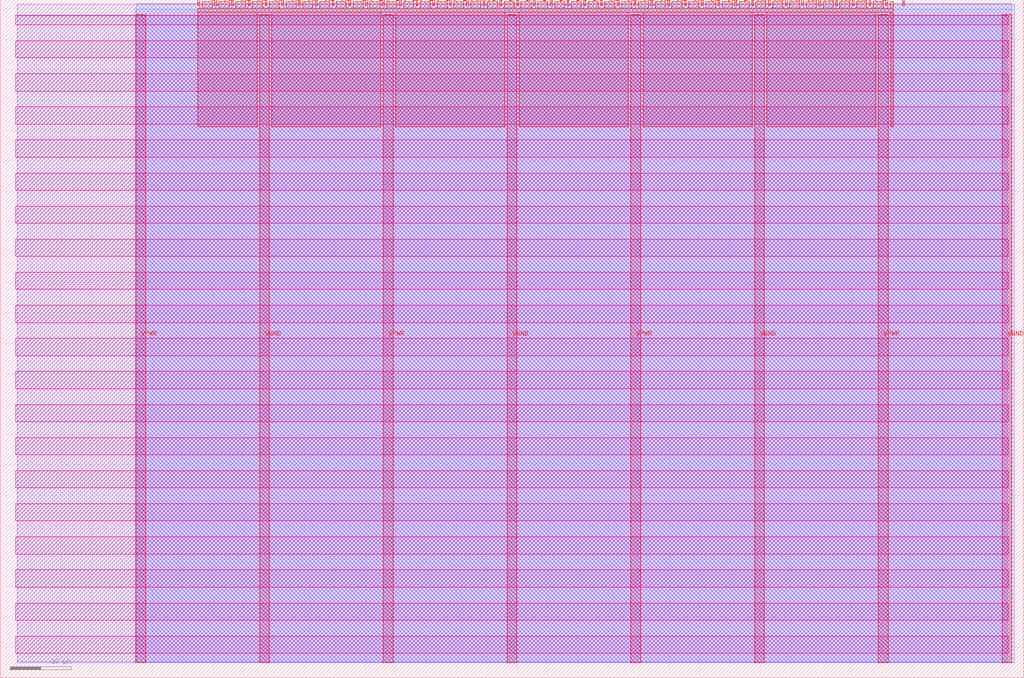
<source format=lef>
VERSION 5.7 ;
  NOWIREEXTENSIONATPIN ON ;
  DIVIDERCHAR "/" ;
  BUSBITCHARS "[]" ;
MACRO tt_um_meriac_play_tune
  CLASS BLOCK ;
  FOREIGN tt_um_meriac_play_tune ;
  ORIGIN 0.000 0.000 ;
  SIZE 168.360 BY 111.520 ;
  PIN VGND
    DIRECTION INOUT ;
    USE GROUND ;
    PORT
      LAYER met4 ;
        RECT 42.670 2.480 44.270 109.040 ;
    END
    PORT
      LAYER met4 ;
        RECT 83.380 2.480 84.980 109.040 ;
    END
    PORT
      LAYER met4 ;
        RECT 124.090 2.480 125.690 109.040 ;
    END
    PORT
      LAYER met4 ;
        RECT 164.800 2.480 166.400 109.040 ;
    END
  END VGND
  PIN VPWR
    DIRECTION INOUT ;
    USE POWER ;
    PORT
      LAYER met4 ;
        RECT 22.315 2.480 23.915 109.040 ;
    END
    PORT
      LAYER met4 ;
        RECT 63.025 2.480 64.625 109.040 ;
    END
    PORT
      LAYER met4 ;
        RECT 103.735 2.480 105.335 109.040 ;
    END
    PORT
      LAYER met4 ;
        RECT 144.445 2.480 146.045 109.040 ;
    END
  END VPWR
  PIN clk
    DIRECTION INPUT ;
    USE SIGNAL ;
    ANTENNAGATEAREA 0.852000 ;
    PORT
      LAYER met4 ;
        RECT 145.670 110.520 145.970 111.520 ;
    END
  END clk
  PIN ena
    DIRECTION INPUT ;
    USE SIGNAL ;
    PORT
      LAYER met4 ;
        RECT 148.430 110.520 148.730 111.520 ;
    END
  END ena
  PIN rst_n
    DIRECTION INPUT ;
    USE SIGNAL ;
    ANTENNAGATEAREA 0.213000 ;
    PORT
      LAYER met4 ;
        RECT 142.910 110.520 143.210 111.520 ;
    END
  END rst_n
  PIN ui_in[0]
    DIRECTION INPUT ;
    USE SIGNAL ;
    ANTENNAGATEAREA 0.196500 ;
    PORT
      LAYER met4 ;
        RECT 140.150 110.520 140.450 111.520 ;
    END
  END ui_in[0]
  PIN ui_in[1]
    DIRECTION INPUT ;
    USE SIGNAL ;
    ANTENNAGATEAREA 0.196500 ;
    PORT
      LAYER met4 ;
        RECT 137.390 110.520 137.690 111.520 ;
    END
  END ui_in[1]
  PIN ui_in[2]
    DIRECTION INPUT ;
    USE SIGNAL ;
    ANTENNAGATEAREA 0.196500 ;
    PORT
      LAYER met4 ;
        RECT 134.630 110.520 134.930 111.520 ;
    END
  END ui_in[2]
  PIN ui_in[3]
    DIRECTION INPUT ;
    USE SIGNAL ;
    ANTENNAGATEAREA 0.196500 ;
    PORT
      LAYER met4 ;
        RECT 131.870 110.520 132.170 111.520 ;
    END
  END ui_in[3]
  PIN ui_in[4]
    DIRECTION INPUT ;
    USE SIGNAL ;
    ANTENNAGATEAREA 0.196500 ;
    PORT
      LAYER met4 ;
        RECT 129.110 110.520 129.410 111.520 ;
    END
  END ui_in[4]
  PIN ui_in[5]
    DIRECTION INPUT ;
    USE SIGNAL ;
    ANTENNAGATEAREA 0.196500 ;
    PORT
      LAYER met4 ;
        RECT 126.350 110.520 126.650 111.520 ;
    END
  END ui_in[5]
  PIN ui_in[6]
    DIRECTION INPUT ;
    USE SIGNAL ;
    ANTENNAGATEAREA 0.196500 ;
    PORT
      LAYER met4 ;
        RECT 123.590 110.520 123.890 111.520 ;
    END
  END ui_in[6]
  PIN ui_in[7]
    DIRECTION INPUT ;
    USE SIGNAL ;
    ANTENNAGATEAREA 0.196500 ;
    PORT
      LAYER met4 ;
        RECT 120.830 110.520 121.130 111.520 ;
    END
  END ui_in[7]
  PIN uio_in[0]
    DIRECTION INPUT ;
    USE SIGNAL ;
    PORT
      LAYER met4 ;
        RECT 118.070 110.520 118.370 111.520 ;
    END
  END uio_in[0]
  PIN uio_in[1]
    DIRECTION INPUT ;
    USE SIGNAL ;
    PORT
      LAYER met4 ;
        RECT 115.310 110.520 115.610 111.520 ;
    END
  END uio_in[1]
  PIN uio_in[2]
    DIRECTION INPUT ;
    USE SIGNAL ;
    PORT
      LAYER met4 ;
        RECT 112.550 110.520 112.850 111.520 ;
    END
  END uio_in[2]
  PIN uio_in[3]
    DIRECTION INPUT ;
    USE SIGNAL ;
    PORT
      LAYER met4 ;
        RECT 109.790 110.520 110.090 111.520 ;
    END
  END uio_in[3]
  PIN uio_in[4]
    DIRECTION INPUT ;
    USE SIGNAL ;
    PORT
      LAYER met4 ;
        RECT 107.030 110.520 107.330 111.520 ;
    END
  END uio_in[4]
  PIN uio_in[5]
    DIRECTION INPUT ;
    USE SIGNAL ;
    PORT
      LAYER met4 ;
        RECT 104.270 110.520 104.570 111.520 ;
    END
  END uio_in[5]
  PIN uio_in[6]
    DIRECTION INPUT ;
    USE SIGNAL ;
    PORT
      LAYER met4 ;
        RECT 101.510 110.520 101.810 111.520 ;
    END
  END uio_in[6]
  PIN uio_in[7]
    DIRECTION INPUT ;
    USE SIGNAL ;
    PORT
      LAYER met4 ;
        RECT 98.750 110.520 99.050 111.520 ;
    END
  END uio_in[7]
  PIN uio_oe[0]
    DIRECTION OUTPUT TRISTATE ;
    USE SIGNAL ;
    PORT
      LAYER met4 ;
        RECT 51.830 110.520 52.130 111.520 ;
    END
  END uio_oe[0]
  PIN uio_oe[1]
    DIRECTION OUTPUT TRISTATE ;
    USE SIGNAL ;
    PORT
      LAYER met4 ;
        RECT 49.070 110.520 49.370 111.520 ;
    END
  END uio_oe[1]
  PIN uio_oe[2]
    DIRECTION OUTPUT TRISTATE ;
    USE SIGNAL ;
    PORT
      LAYER met4 ;
        RECT 46.310 110.520 46.610 111.520 ;
    END
  END uio_oe[2]
  PIN uio_oe[3]
    DIRECTION OUTPUT TRISTATE ;
    USE SIGNAL ;
    PORT
      LAYER met4 ;
        RECT 43.550 110.520 43.850 111.520 ;
    END
  END uio_oe[3]
  PIN uio_oe[4]
    DIRECTION OUTPUT TRISTATE ;
    USE SIGNAL ;
    PORT
      LAYER met4 ;
        RECT 40.790 110.520 41.090 111.520 ;
    END
  END uio_oe[4]
  PIN uio_oe[5]
    DIRECTION OUTPUT TRISTATE ;
    USE SIGNAL ;
    PORT
      LAYER met4 ;
        RECT 38.030 110.520 38.330 111.520 ;
    END
  END uio_oe[5]
  PIN uio_oe[6]
    DIRECTION OUTPUT TRISTATE ;
    USE SIGNAL ;
    PORT
      LAYER met4 ;
        RECT 35.270 110.520 35.570 111.520 ;
    END
  END uio_oe[6]
  PIN uio_oe[7]
    DIRECTION OUTPUT TRISTATE ;
    USE SIGNAL ;
    PORT
      LAYER met4 ;
        RECT 32.510 110.520 32.810 111.520 ;
    END
  END uio_oe[7]
  PIN uio_out[0]
    DIRECTION OUTPUT TRISTATE ;
    USE SIGNAL ;
    ANTENNADIFFAREA 0.445500 ;
    PORT
      LAYER met4 ;
        RECT 73.910 110.520 74.210 111.520 ;
    END
  END uio_out[0]
  PIN uio_out[1]
    DIRECTION OUTPUT TRISTATE ;
    USE SIGNAL ;
    ANTENNAGATEAREA 0.247500 ;
    ANTENNADIFFAREA 1.075200 ;
    PORT
      LAYER met4 ;
        RECT 71.150 110.520 71.450 111.520 ;
    END
  END uio_out[1]
  PIN uio_out[2]
    DIRECTION OUTPUT TRISTATE ;
    USE SIGNAL ;
    PORT
      LAYER met4 ;
        RECT 68.390 110.520 68.690 111.520 ;
    END
  END uio_out[2]
  PIN uio_out[3]
    DIRECTION OUTPUT TRISTATE ;
    USE SIGNAL ;
    PORT
      LAYER met4 ;
        RECT 65.630 110.520 65.930 111.520 ;
    END
  END uio_out[3]
  PIN uio_out[4]
    DIRECTION OUTPUT TRISTATE ;
    USE SIGNAL ;
    PORT
      LAYER met4 ;
        RECT 62.870 110.520 63.170 111.520 ;
    END
  END uio_out[4]
  PIN uio_out[5]
    DIRECTION OUTPUT TRISTATE ;
    USE SIGNAL ;
    PORT
      LAYER met4 ;
        RECT 60.110 110.520 60.410 111.520 ;
    END
  END uio_out[5]
  PIN uio_out[6]
    DIRECTION OUTPUT TRISTATE ;
    USE SIGNAL ;
    PORT
      LAYER met4 ;
        RECT 57.350 110.520 57.650 111.520 ;
    END
  END uio_out[6]
  PIN uio_out[7]
    DIRECTION OUTPUT TRISTATE ;
    USE SIGNAL ;
    PORT
      LAYER met4 ;
        RECT 54.590 110.520 54.890 111.520 ;
    END
  END uio_out[7]
  PIN uo_out[0]
    DIRECTION OUTPUT TRISTATE ;
    USE SIGNAL ;
    ANTENNADIFFAREA 0.795200 ;
    PORT
      LAYER met4 ;
        RECT 95.990 110.520 96.290 111.520 ;
    END
  END uo_out[0]
  PIN uo_out[1]
    DIRECTION OUTPUT TRISTATE ;
    USE SIGNAL ;
    ANTENNADIFFAREA 0.795200 ;
    PORT
      LAYER met4 ;
        RECT 93.230 110.520 93.530 111.520 ;
    END
  END uo_out[1]
  PIN uo_out[2]
    DIRECTION OUTPUT TRISTATE ;
    USE SIGNAL ;
    ANTENNADIFFAREA 0.445500 ;
    PORT
      LAYER met4 ;
        RECT 90.470 110.520 90.770 111.520 ;
    END
  END uo_out[2]
  PIN uo_out[3]
    DIRECTION OUTPUT TRISTATE ;
    USE SIGNAL ;
    ANTENNADIFFAREA 0.445500 ;
    PORT
      LAYER met4 ;
        RECT 87.710 110.520 88.010 111.520 ;
    END
  END uo_out[3]
  PIN uo_out[4]
    DIRECTION OUTPUT TRISTATE ;
    USE SIGNAL ;
    ANTENNADIFFAREA 0.445500 ;
    PORT
      LAYER met4 ;
        RECT 84.950 110.520 85.250 111.520 ;
    END
  END uo_out[4]
  PIN uo_out[5]
    DIRECTION OUTPUT TRISTATE ;
    USE SIGNAL ;
    ANTENNADIFFAREA 0.795200 ;
    PORT
      LAYER met4 ;
        RECT 82.190 110.520 82.490 111.520 ;
    END
  END uo_out[5]
  PIN uo_out[6]
    DIRECTION OUTPUT TRISTATE ;
    USE SIGNAL ;
    ANTENNADIFFAREA 0.445500 ;
    PORT
      LAYER met4 ;
        RECT 79.430 110.520 79.730 111.520 ;
    END
  END uo_out[6]
  PIN uo_out[7]
    DIRECTION OUTPUT TRISTATE ;
    USE SIGNAL ;
    ANTENNADIFFAREA 0.445500 ;
    PORT
      LAYER met4 ;
        RECT 76.670 110.520 76.970 111.520 ;
    END
  END uo_out[7]
  OBS
      LAYER nwell ;
        RECT 2.570 107.385 165.790 108.990 ;
        RECT 2.570 101.945 165.790 104.775 ;
        RECT 2.570 96.505 165.790 99.335 ;
        RECT 2.570 91.065 165.790 93.895 ;
        RECT 2.570 85.625 165.790 88.455 ;
        RECT 2.570 80.185 165.790 83.015 ;
        RECT 2.570 74.745 165.790 77.575 ;
        RECT 2.570 69.305 165.790 72.135 ;
        RECT 2.570 63.865 165.790 66.695 ;
        RECT 2.570 58.425 165.790 61.255 ;
        RECT 2.570 52.985 165.790 55.815 ;
        RECT 2.570 47.545 165.790 50.375 ;
        RECT 2.570 42.105 165.790 44.935 ;
        RECT 2.570 36.665 165.790 39.495 ;
        RECT 2.570 31.225 165.790 34.055 ;
        RECT 2.570 25.785 165.790 28.615 ;
        RECT 2.570 20.345 165.790 23.175 ;
        RECT 2.570 14.905 165.790 17.735 ;
        RECT 2.570 9.465 165.790 12.295 ;
        RECT 2.570 4.025 165.790 6.855 ;
      LAYER li1 ;
        RECT 2.760 2.635 165.600 108.885 ;
      LAYER met1 ;
        RECT 2.760 2.480 166.820 110.800 ;
      LAYER met2 ;
        RECT 22.345 2.535 166.370 110.830 ;
      LAYER met3 ;
        RECT 22.325 2.555 166.390 109.985 ;
      LAYER met4 ;
        RECT 33.210 110.120 34.870 111.170 ;
        RECT 35.970 110.120 37.630 111.170 ;
        RECT 38.730 110.120 40.390 111.170 ;
        RECT 41.490 110.120 43.150 111.170 ;
        RECT 44.250 110.120 45.910 111.170 ;
        RECT 47.010 110.120 48.670 111.170 ;
        RECT 49.770 110.120 51.430 111.170 ;
        RECT 52.530 110.120 54.190 111.170 ;
        RECT 55.290 110.120 56.950 111.170 ;
        RECT 58.050 110.120 59.710 111.170 ;
        RECT 60.810 110.120 62.470 111.170 ;
        RECT 63.570 110.120 65.230 111.170 ;
        RECT 66.330 110.120 67.990 111.170 ;
        RECT 69.090 110.120 70.750 111.170 ;
        RECT 71.850 110.120 73.510 111.170 ;
        RECT 74.610 110.120 76.270 111.170 ;
        RECT 77.370 110.120 79.030 111.170 ;
        RECT 80.130 110.120 81.790 111.170 ;
        RECT 82.890 110.120 84.550 111.170 ;
        RECT 85.650 110.120 87.310 111.170 ;
        RECT 88.410 110.120 90.070 111.170 ;
        RECT 91.170 110.120 92.830 111.170 ;
        RECT 93.930 110.120 95.590 111.170 ;
        RECT 96.690 110.120 98.350 111.170 ;
        RECT 99.450 110.120 101.110 111.170 ;
        RECT 102.210 110.120 103.870 111.170 ;
        RECT 104.970 110.120 106.630 111.170 ;
        RECT 107.730 110.120 109.390 111.170 ;
        RECT 110.490 110.120 112.150 111.170 ;
        RECT 113.250 110.120 114.910 111.170 ;
        RECT 116.010 110.120 117.670 111.170 ;
        RECT 118.770 110.120 120.430 111.170 ;
        RECT 121.530 110.120 123.190 111.170 ;
        RECT 124.290 110.120 125.950 111.170 ;
        RECT 127.050 110.120 128.710 111.170 ;
        RECT 129.810 110.120 131.470 111.170 ;
        RECT 132.570 110.120 134.230 111.170 ;
        RECT 135.330 110.120 136.990 111.170 ;
        RECT 138.090 110.120 139.750 111.170 ;
        RECT 140.850 110.120 142.510 111.170 ;
        RECT 143.610 110.120 145.270 111.170 ;
        RECT 146.370 110.120 146.905 111.170 ;
        RECT 32.495 109.440 146.905 110.120 ;
        RECT 32.495 90.615 42.270 109.440 ;
        RECT 44.670 90.615 62.625 109.440 ;
        RECT 65.025 90.615 82.980 109.440 ;
        RECT 85.380 90.615 103.335 109.440 ;
        RECT 105.735 90.615 123.690 109.440 ;
        RECT 126.090 90.615 144.045 109.440 ;
        RECT 146.445 90.615 146.905 109.440 ;
  END
END tt_um_meriac_play_tune
END LIBRARY


</source>
